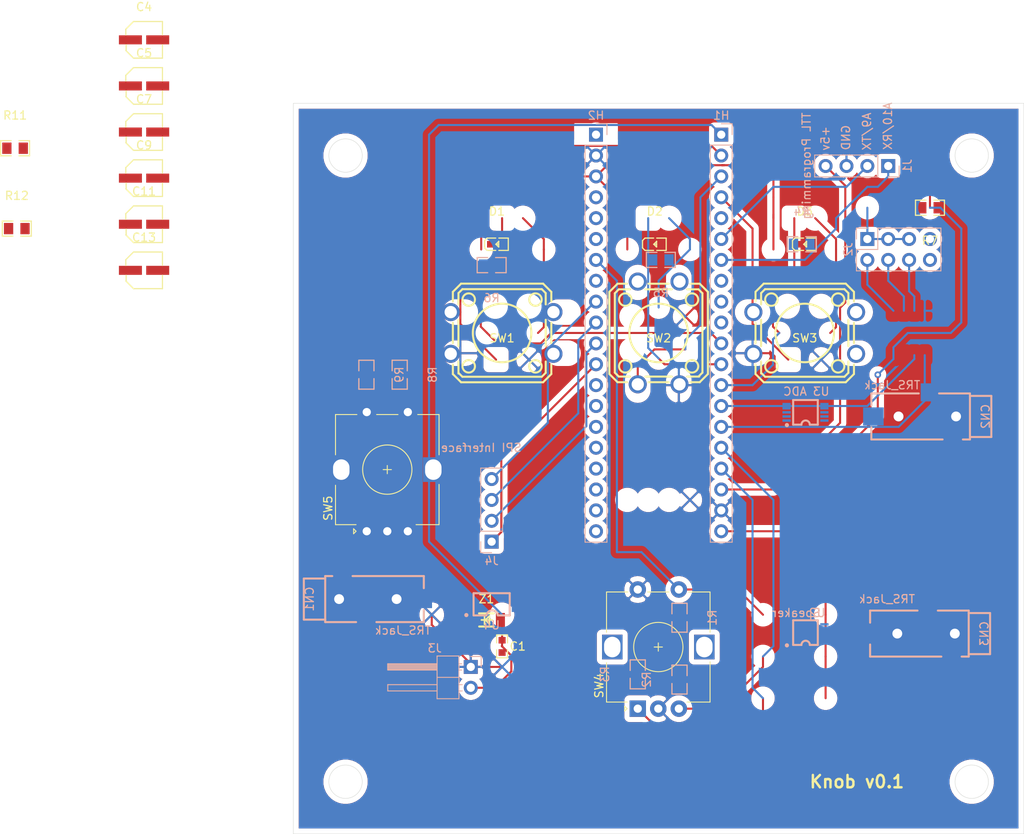
<source format=kicad_pcb>
(kicad_pcb (version 20221018) (generator pcbnew)
  (layers (0 "F.Cu" signal) (31 "B.Cu" signal) (34 "B.Paste" user) (35 "F.Paste" user) (36 "B.SilkS" user "B.Silkscreen") (37 "F.SilkS" user "F.Silkscreen") (38 "B.Mask" user) (39 "F.Mask" user) (44 "Edge.Cuts" user))
  (net 0 "")
  (net 1 "GND")
  (net 2 "PTT_SWTICH")
  (net 3 "Net-(CN1-Pad2)")
  (net 4 "Net-(CN1-Pad3)")
  (net 6 "Net-(CN2-Pad3)")
  (net 7 "+5V")
  (net 8 "PRG_TX")
  (net 9 "PRG_RX")
  (net 10 "Net-(CN2-Pad4)")
  (net 11 "Net-(C15-Pad1)")
  (net 12 "Net-(C17-Pad1)")
  (net 13 "LED0")
  (net 14 "ENC_SW")
  (net 15 "+3V3")
  (net 16 "Net-(D1-A)")
  (net 17 "LED1")
  (net 18 "Net-(D2-A)")
  (net 19 "LED2")
  (net 20 "Net-(D3-A)")
  (net 21 "I2S2_WS")
  (net 22 "I2S2_CK")
  (net 23 "I2S2_ext_SD")
  (net 24 "I2S2_SD")
  (net 26 "USB+")
  (net 27 "USB-")
  (net 28 "SPI1_NSS")
  (net 29 "SPI1_CLK")
  (net 30 "SPI1_MISO")
  (net 31 "BUTTON0")
  (net 32 "BUTTON1")
  (net 33 "BUTTON2")
  (net 34 "ENC_CLK")
  (net 35 "ENC_DATA")
  (net 36 "PTT_Switch")
  (net 39 "ENC_BUTTON")
  (net 40 "SPI1_MOSI")
  (net 41 "VOL_Button")
  (net 42 "VOL_CLK")
  (net 43 "VOL_DATA")
  (net 46 "/Low_OSC_IN")
  (net 47 "/Low_OSC_Out")
  (net 48 "/Blinker")
  (net 50 "SPI1_SCK")
  (net 51 "VOLUME_SW")
  (net 58 "I2S2_MCK")
  (net 59 "Net-(U2-VQ)")
  (net 60 "Net-(U2-FILT+)")
  (net 61 "Net-(U2-AOUTL)")
  (net 62 "Net-(U2-AOUTR)")
  (net 63 "Net-(U3-FILT+)")
  (net 64 "Net-(U3-AINL)")
  (net 65 "Net-(U3-VQ)")
  (net 66 "Net-(U3-AINR)")
  (net 67 "Net-(C14-Pad2)")
  (net 70 "Net-(J2-Pin_1)")
  (net 71 "Net-(J2-Pin_2)")
  (net 72 "Net-(J2-Pin_3)")
  (net 73 "Net-(J2-Pin_4)")
  (net 74 "Net-(J2-Pin_5)")
  (net 75 "Net-(J2-Pin_6)")
  (net 76 "Net-(J2-Pin_7)")
  (net 77 "Net-(J2-Pin_8)")
  (footprint "easyeda2kicad:LED0603-RD" (layer "F.Cu") (at 103.67 60.325)
    (fp_text reference "D2" (at 0 -4) (layer "F.SilkS"))
    (fp_text value "LED1")
    (pad "1" smd rect (at -0.8 0 90) (size 0.8 0.8) (layers "F.Cu" "F.Paste" "F.Mask") (net 17 "LED1"))
    (pad "2" smd rect (at 0.8 0 90) (size 0.8 0.8) (layers "F.Cu" "F.Paste" "F.Mask") (net 18 "Net-(D2-A)"))
  )
  (footprint "easyeda2kicad:LED0603-RD" (layer "F.Cu") (at 121.92 60.325)
    (fp_text reference "D3" (at 0 -4) (layer "F.SilkS"))
    (fp_text value "LED2")
    (pad "1" smd rect (at -0.8 0 90) (size 0.8 0.8) (layers "F.Cu" "F.Paste" "F.Mask") (net 19 "LED2"))
    (pad "2" smd rect (at 0.8 0 90) (size 0.8 0.8) (layers "F.Cu" "F.Paste" "F.Mask") (net 20 "Net-(D3-A)"))
  )
  (footprint "Rotary_Encoder:RotaryEncoder_Alps_EC12E-Switch_Vertical_H20mm" (layer "F.Cu") (at 101.6 116.84 90)
    (fp_text reference "SW4" (at 2.8 -4.7 90) (layer "F.SilkS"))
    (fp_text value "Rotary_Encoder_Switch")
    (pad "A" thru_hole rect (at 0 0 90) (size 2 2) (drill 1) (layers "*.Cu" "*.Mask") (net 35 "ENC_DATA"))
    (pad "B" thru_hole circle (at 0 5 90) (size 2 2) (drill 1) (layers "*.Cu" "*.Mask") (net 34 "ENC_CLK"))
    (pad "C" thru_hole circle (at 0 2.5 90) (size 2 2) (drill 1) (layers "*.Cu" "*.Mask") (net 1 "GND"))
    (pad "MP" thru_hole rect (at 7.5 -3.1 90) (size 3 2.5) (drill oval 2.5 2) (layers "*.Cu" "*.Mask"))
    (pad "MP" thru_hole rect (at 7.5 8.1 90) (size 3 2.5) (drill oval 2.5 2) (layers "*.Cu" "*.Mask"))
    (pad "S1" thru_hole circle (at 14.5 0 90) (size 2 2) (drill 1) (layers "*.Cu" "*.Mask") (net 1 "GND"))
    (pad "S2" thru_hole circle (at 14.5 5 90) (size 2 2) (drill 1) (layers "*.Cu" "*.Mask") (net 14 "ENC_SW"))
  )
  (footprint "easyeda2kicad:LED0603-RD" (layer "F.Cu") (at 84.455 60.325)
    (fp_text reference "D1" (at 0 -4) (layer "F.SilkS"))
    (fp_text value "LED0")
    (pad "1" smd rect (at -0.8 0 90) (size 0.8 0.8) (layers "F.Cu" "F.Paste" "F.Mask") (net 13 "LED0"))
    (pad "2" smd rect (at 0.8 0 90) (size 0.8 0.8) (layers "F.Cu" "F.Paste" "F.Mask") (net 16 "Net-(D1-A)"))
  )
  (footprint "easyeda2kicad:R0805" (layer "F.Cu") (at 137.16 55.88 180)
    (fp_text reference "R7" (at 0 -4 180) (layer "F.SilkS"))
    (fp_text value "0805W8F1002T5E" hide)
    (pad "1" smd rect (at -1 0 180) (size 1.13 1.38) (layers "F.Cu" "F.Paste" "F.Mask") (net 15 "+3V3"))
    (pad "2" smd rect (at 1 0 180) (size 1.13 1.38) (layers "F.Cu" "F.Paste" "F.Mask") (net 51 "VOLUME_SW"))
  )
  (footprint "easyeda2kicad:KEY-TH_4P-L12.0-W12.0-P5.00-LS12.5" (layer "F.Cu") (at 85.09 71.12)
    (fp_text reference "SW1" (at 0 0.635) (layer "F.SilkS"))
    (fp_text value "Button0")
    (pad "1" thru_hole circle (at -6.25 -2.54) (size 2.2 2.2) (drill 1.500022) (layers "*.Cu" "*.Paste" "*.Mask") (net 1 "GND"))
    (pad "2" thru_hole circle (at 6.25 -2.54) (size 2.2 2.2) (drill 1.500022) (layers "*.Cu" "*.Paste" "*.Mask") (net 31 "BUTTON0"))
    (pad "3" thru_hole circle (at -6.25 2.54) (size 2.2 2.2) (drill 1.500022) (layers "*.Cu" "*.Paste" "*.Mask"))
    (pad "4" thru_hole circle (at 6.25 2.54) (size 2.2 2.2) (drill 1.500022) (layers "*.Cu" "*.Paste" "*.Mask"))
  )
  (footprint "easyeda2kicad:KEY-TH_4P-L12.0-W12.0-P5.00-LS12.5" (layer "F.Cu") (at 104.14 71.12 90)
    (fp_text reference "SW2" (at -0.635 0 180) (layer "F.SilkS"))
    (fp_text value "Button1")
    (pad "1" thru_hole circle (at -6.25 -2.54 90) (size 2.2 2.2) (drill 1.500022) (layers "*.Cu" "*.Paste" "*.Mask") (net 32 "BUTTON1"))
    (pad "2" thru_hole circle (at 6.25 -2.54 90) (size 2.2 2.2) (drill 1.500022) (layers "*.Cu" "*.Paste" "*.Mask") (net 1 "GND"))
    (pad "3" thru_hole circle (at -6.25 2.54 90) (size 2.2 2.2) (drill 1.500022) (layers "*.Cu" "*.Paste" "*.Mask"))
    (pad "4" thru_hole circle (at 6.25 2.54 90) (size 2.2 2.2) (drill 1.500022) (layers "*.Cu" "*.Paste" "*.Mask"))
  )
  (footprint "easyeda2kicad:KEY-TH_4P-L12.0-W12.0-P5.00-LS12.5" (layer "F.Cu") (at 121.92 71.12)
    (fp_text reference "SW3" (at 0 0.635) (layer "F.SilkS"))
    (fp_text value "Button2")
    (pad "1" thru_hole circle (at -6.25 -2.54) (size 2.2 2.2) (drill 1.500022) (layers "*.Cu" "*.Paste" "*.Mask") (net 33 "BUTTON2"))
    (pad "2" thru_hole circle (at 6.25 -2.54) (size 2.2 2.2) (drill 1.500022) (layers "*.Cu" "*.Paste" "*.Mask") (net 1 "GND"))
    (pad "3" thru_hole circle (at -6.25 2.54) (size 2.2 2.2) (drill 1.500022) (layers "*.Cu" "*.Paste" "*.Mask"))
    (pad "4" thru_hole circle (at 6.25 2.54) (size 2.2 2.2) (drill 1.500022) (layers "*.Cu" "*.Paste" "*.Mask"))
  )
  (footprint "easyeda2kicad:R0603" (layer "F.Cu") (at 85.09 109.26 -90)
    (fp_text reference "C1" (at 0 -1.905) (layer "F.SilkS"))
    (fp_text value ".1u")
    (pad "1" smd rect (at -0.75 0 270) (size 0.81 0.86) (layers "F.Cu" "F.Paste" "F.Mask"))
    (pad "2" smd rect (at 0.75 0 270) (size 0.81 0.86) (layers "F.Cu" "F.Paste" "F.Mask"))
  )
  (footprint "easyeda2kicad:CAP-SMD_BD4.0-L4.3-W4.3-FD" (layer "F.Cu") (at 41.52 52.28)
    (fp_text reference "C9" (at 0 -4) (layer "F.SilkS"))
    (fp_text value ".1u")
    (pad "1" smd rect (at -1.66 0) (size 2.8 1.1) (layers "F.Cu" "F.Paste" "F.Mask") (net 59 "Net-(U2-VQ)"))
    (pad "2" smd rect (at 1.66 0) (size 2.8 1.1) (layers "F.Cu" "F.Paste" "F.Mask") (net 1 "GND"))
  )
  (footprint "easyeda2kicad:CAP-SMD_BD4.0-L4.3-W4.3-FD" (layer "F.Cu") (at 41.52 63.5)
    (fp_text reference "C13" (at 0 -4) (layer "F.SilkS"))
    (fp_text value ".1u")
    (pad "1" smd rect (at -1.66 0) (size 2.8 1.1) (layers "F.Cu" "F.Paste" "F.Mask") (net 15 "+3V3"))
    (pad "2" smd rect (at 1.66 0) (size 2.8 1.1) (layers "F.Cu" "F.Paste" "F.Mask") (net 1 "GND"))
  )
  (footprint "Rotary_Encoder:RotaryEncoder_Alps_EC12E-Switch_Vertical_H20mm" (layer "F.Cu") (at 68.62 95.25 90)
    (fp_text reference "SW5" (at 2.8 -4.7 90) (layer "F.SilkS"))
    (fp_text value "Rotary_Encoder_Switch")
    (pad "A" thru_hole rect (at 0 0 90) (size 2 2) (drill 1) (layers "*.Cu" "*.Mask") (net 43 "VOL_DATA"))
    (pad "B" thru_hole circle (at 0 5 90) (size 2 2) (drill 1) (layers "*.Cu" "*.Mask") (net 42 "VOL_CLK"))
    (pad "C" thru_hole circle (at 0 2.5 90) (size 2 2) (drill 1) (layers "*.Cu" "*.Mask") (net 1 "GND"))
    (pad "MP" thru_hole rect (at 7.5 -3.1 90) (size 3 2.5) (drill oval 2.5 2) (layers "*.Cu" "*.Mask"))
    (pad "MP" thru_hole rect (at 7.5 8.1 90) (size 3 2.5) (drill oval 2.5 2) (layers "*.Cu" "*.Mask"))
    (pad "S1" thru_hole circle (at 14.5 0 90) (size 2 2) (drill 1) (layers "*.Cu" "*.Mask") (net 1 "GND"))
    (pad "S2" thru_hole circle (at 14.5 5 90) (size 2 2) (drill 1) (layers "*.Cu" "*.Mask") (net 51 "VOLUME_SW"))
  )
  (footprint "easyeda2kicad:R0805" (layer "F.Cu") (at 25.825 48.64)
    (fp_text reference "R11" (at 0 -4) (layer "F.SilkS"))
    (fp_text value "0805W8F1002T5E" hide)
    (pad "1" smd rect (at -1 0) (size 1.13 1.38) (layers "F.Cu" "F.Paste" "F.Mask") (net 1 "GND"))
    (pad "2" smd rect (at 1 0) (size 1.13 1.38) (layers "F.Cu" "F.Paste" "F.Mask") (net 67 "Net-(C14-Pad2)"))
  )
  (footprint "easyeda2kicad:CAP-SMD_BD4.0-L4.3-W4.3-FD" (layer "F.Cu") (at 41.52 57.89)
    (fp_text reference "C11" (at 0 -4) (layer "F.SilkS"))
    (fp_text value ".1u")
    (pad "1" smd rect (at -1.66 0) (size 2.8 1.1) (layers "F.Cu" "F.Paste" "F.Mask") (net 60 "Net-(U2-FILT+)"))
    (pad "2" smd rect (at 1.66 0) (size 2.8 1.1) (layers "F.Cu" "F.Paste" "F.Mask") (net 1 "GND"))
  )
  (footprint "easyeda2kicad:R0805" (layer "F.Cu") (at 26.035 58.42)
    (fp_text reference "R12" (at 0 -4) (layer "F.SilkS"))
    (fp_text value "0805W8F1002T5E" hide)
    (pad "1" smd rect (at -1 0) (size 1.13 1.38) (layers "F.Cu" "F.Paste" "F.Mask"))
    (pad "2" smd rect (at 1 0) (size 1.13 1.38) (layers "F.Cu" "F.Paste" "F.Mask"))
  )
  (footprint "easyeda2kicad:CAP-SMD_BD4.0-L4.3-W4.3-FD" (layer "F.Cu") (at 41.52 35.45)
    (fp_text reference "C4" (at 0 -4) (layer "F.SilkS"))
    (fp_text value ".1u")
    (pad "1" smd rect (at -1.66 0) (size 2.8 1.1) (layers "F.Cu" "F.Paste" "F.Mask") (net 65 "Net-(U3-VQ)"))
    (pad "2" smd rect (at 1.66 0) (size 2.8 1.1) (layers "F.Cu" "F.Paste" "F.Mask") (net 1 "GND"))
  )
  (footprint "easyeda2kicad:LL-34_L3.5-W1.5-RD" (layer "F.Cu") (at 83.185 106.045)
    (fp_text reference "Z1" (at 0 -2.54) (layer "F.SilkS"))
    (fp_text value "ZMM5V1_C707194" hide)
    (pad "1" smd rect (at -1.7 0 180) (size 1.1 1.7) (layers "F.Cu" "F.Paste" "F.Mask") (net 2 "PTT_SWTICH"))
    (pad "2" smd rect (at 1.7 0 180) (size 1.1 1.7) (layers "F.Cu" "F.Paste" "F.Mask") (net 1 "GND"))
  )
  (footprint "easyeda2kicad:CAP-SMD_BD4.0-L4.3-W4.3-FD" (layer "F.Cu") (at 41.52 41.06)
    (fp_text reference "C5" (at 0 -4) (layer "F.SilkS"))
    (fp_text value ".1u")
    (pad "1" smd rect (at -1.66 0) (size 2.8 1.1) (layers "F.Cu" "F.Paste" "F.Mask") (net 63 "Net-(U3-FILT+)"))
    (pad "2" smd rect (at 1.66 0) (size 2.8 1.1) (layers "F.Cu" "F.Paste" "F.Mask") (net 1 "GND"))
  )
  (footprint "easyeda2kicad:CAP-SMD_BD4.0-L4.3-W4.3-FD" (layer "F.Cu") (at 41.52 46.67)
    (fp_text reference "C7" (at 0 -4) (layer "F.SilkS"))
    (fp_text value ".1u")
    (pad "1" smd rect (at -1.66 0) (size 2.8 1.1) (layers "F.Cu" "F.Paste" "F.Mask") (net 15 "+3V3"))
    (pad "2" smd rect (at 1.66 0) (size 2.8 1.1) (layers "F.Cu" "F.Paste" "F.Mask") (net 1 "GND"))
  )
  (footprint "Connector_PinHeader_2.54mm:PinHeader_1x04_P2.54mm_Vertical" (layer "B.Cu") (at 132.08 50.8 90)
    (fp_text reference "J1" (at 0 2.33 90) (layer "B.SilkS") (effects (justify mirror)))
    (fp_text value "TTL Programming" (at 0 -9.95 90) (layer "B.SilkS") (effects (justify mirror)))
    (fp_text user "+5v" (at 3.35 -7.65 90) (layer "B.SilkS") (effects (justify mirror)))
    (fp_text user "A10/RX" (at 4.85 -0.05 90) (layer "B.SilkS") (effects (justify mirror)))
    (fp_text user "GND" (at 3.45 -5.15 90) (layer "B.SilkS") (effects (justify mirror)))
    (fp_text user "A9/TX" (at 4.2 -2.6 90) (layer "B.SilkS") (effects (justify mirror)))
    (pad "1" thru_hole rect (at 0 0 90) (size 1.7 1.7) (drill 1) (layers "*.Cu" "*.Mask") (net 9 "PRG_RX"))
    (pad "2" thru_hole oval (at 0 -2.54 90) (size 1.7 1.7) (drill 1) (layers "*.Cu" "*.Mask") (net 8 "PRG_TX"))
    (pad "3" thru_hole oval (at 0 -5.08 90) (size 1.7 1.7) (drill 1) (layers "*.Cu" "*.Mask") (net 1 "GND"))
    (pad "4" thru_hole oval (at 0 -7.62 90) (size 1.7 1.7) (drill 1) (layers "*.Cu" "*.Mask") (net 7 "+5V"))
  )
  (footprint "Connector_PinHeader_2.54mm:PinHeader_1x02_P2.54mm_Horizontal" (layer "B.Cu") (at 81.28 111.76 180)
    (fp_text reference "J3" (at 4.385 2.27) (layer "B.SilkS") (effects (justify mirror)))
    (fp_text value "PTT")
    (pad "1" thru_hole rect (at 0 0 180) (size 1.7 1.7) (drill 1) (layers "*.Cu" "*.Mask") (net 1 "GND"))
    (pad "2" thru_hole oval (at 0 -2.54 180) (size 1.7 1.7) (drill 1) (layers "*.Cu" "*.Mask") (net 2 "PTT_SWTICH"))
  )
  (footprint "Connector_PinHeader_2.54mm:PinHeader_1x04_P2.54mm_Vertical" (layer "B.Cu") (at 83.82 96.52)
    (fp_text reference "J4" (at 0 2.33) (layer "B.SilkS") (effects (justify mirror)))
    (fp_text value "SPI Interface" (at -1.27 -11.43) (layer "B.SilkS") (effects (justify mirror)))
    (pad "1" thru_hole rect (at 0 0) (size 1.7 1.7) (drill 1) (layers "*.Cu" "*.Mask") (net 50 "SPI1_SCK"))
    (pad "2" thru_hole oval (at 0 -2.54) (size 1.7 1.7) (drill 1) (layers "*.Cu" "*.Mask") (net 30 "SPI1_MISO"))
    (pad "3" thru_hole oval (at 0 -5.08) (size 1.7 1.7) (drill 1) (layers "*.Cu" "*.Mask") (net 40 "SPI1_MOSI"))
    (pad "4" thru_hole oval (at 0 -7.62) (size 1.7 1.7) (drill 1) (layers "*.Cu" "*.Mask") (net 28 "SPI1_NSS"))
  )
  (footprint "easyeda2kicad:TSSOP-10_L3.0-W3.0-P0.50-LS4.9-BL" (layer "B.Cu") (at 122.01 107.585 90)
    (fp_text reference "U2" (at 2.405 1.425 180) (layer "B.SilkS") (effects (justify mirror)))
    (fp_text value "Speaker" (at 2.405 -1.115 180) (layer "B.SilkS") (effects (justify mirror)))
    (pad "1" smd rect (at -1 -2.3) (size 1 0.3) (layers "B.Cu" "B.Paste" "B.Mask") (net 23 "I2S2_ext_SD"))
    (pad "2" smd rect (at -0.5 -2.3) (size 1 0.3) (layers "B.Cu" "B.Paste" "B.Mask") (net 22 "I2S2_CK"))
    (pad "3" smd rect (at 0 -2.3) (size 1 0.3) (layers "B.Cu" "B.Paste" "B.Mask") (net 21 "I2S2_WS"))
    (pad "4" smd rect (at 0.5 -2.3) (size 1 0.3) (layers "B.Cu" "B.Paste" "B.Mask") (net 58 "I2S2_MCK"))
    (pad "5" smd rect (at 1 -2.3) (size 1 0.3) (layers "B.Cu" "B.Paste" "B.Mask") (net 59 "Net-(U2-VQ)"))
    (pad "6" smd rect (at 1 2.3 180) (size 1 0.3) (layers "B.Cu" "B.Paste" "B.Mask") (net 60 "Net-(U2-FILT+)"))
    (pad "7" smd rect (at 0.5 2.3) (size 1 0.3) (layers "B.Cu" "B.Paste" "B.Mask") (net 61 "Net-(U2-AOUTL)"))
    (pad "8" smd rect (at 0 2.3) (size 1 0.3) (layers "B.Cu" "B.Paste" "B.Mask") (net 1 "GND"))
    (pad "9" smd rect (at -0.5 2.3) (size 1 0.3) (layers "B.Cu" "B.Paste" "B.Mask") (net 15 "+3V3"))
    (pad "10" smd rect (at -1 2.3) (size 1 0.3) (layers "B.Cu" "B.Paste" "B.Mask") (net 62 "Net-(U2-AOUTR)"))
  )
  (footprint "easyeda2kicad:R0805" (layer "B.Cu") (at 106.68 105.775 90)
    (fp_text reference "R1" (at 0 4 90) (layer "B.SilkS") (effects (justify mirror)))
    (fp_text value "0805W8F1002T5E")
    (pad "1" smd rect (at -1 0 90) (size 1.13 1.38) (layers "B.Cu" "B.Paste" "B.Mask") (net 14 "ENC_SW"))
    (pad "2" smd rect (at 1 0 90) (size 1.13 1.38) (layers "B.Cu" "B.Paste" "B.Mask") (net 15 "+3V3"))
  )
  (footprint "easyeda2kicad:R0805" (layer "B.Cu") (at 106.68 113.3 -90)
    (fp_text reference "R2" (at 0 4 90) (layer "B.SilkS") (effects (justify mirror)))
    (fp_text value "0805W8F1002T5E")
    (pad "1" smd rect (at -1 0 270) (size 1.13 1.38) (layers "B.Cu" "B.Paste" "B.Mask") (net 34 "ENC_CLK"))
    (pad "2" smd rect (at 1 0 270) (size 1.13 1.38) (layers "B.Cu" "B.Paste" "B.Mask") (net 15 "+3V3"))
  )
  (footprint "easyeda2kicad:R0805" (layer "B.Cu") (at 101.6 112.665 -90)
    (fp_text reference "R3" (at 0 4 -270) (layer "B.SilkS") (effects (justify mirror)))
    (fp_text value "0805W8F1002T5E")
    (pad "1" smd rect (at -1 0 270) (size 1.13 1.38) (layers "B.Cu" "B.Paste" "B.Mask") (net 35 "ENC_DATA"))
    (pad "2" smd rect (at 1 0 270) (size 1.13 1.38) (layers "B.Cu" "B.Paste" "B.Mask") (net 15 "+3V3"))
  )
  (footprint "easyeda2kicad:R0805" (layer "B.Cu") (at 121.555 60.325 180)
    (fp_text reference "R4" (at 0 4) (layer "B.SilkS") (effects (justify mirror)))
    (fp_text value "2K")
    (pad "1" smd rect (at -1 0 180) (size 1.13 1.38) (layers "B.Cu" "B.Paste" "B.Mask") (net 15 "+3V3"))
    (pad "2" smd rect (at 1 0 180) (size 1.13 1.38) (layers "B.Cu" "B.Paste" "B.Mask") (net 20 "Net-(D3-A)"))
  )
  (footprint "easyeda2kicad:R0805" (layer "B.Cu") (at 104.41 62.23)
    (fp_text reference "R5" (at 0 4 180) (layer "B.SilkS") (effects (justify mirror)))
    (fp_text value "2K")
    (pad "1" smd rect (at -1 0) (size 1.13 1.38) (layers "B.Cu" "B.Paste" "B.Mask") (net 15 "+3V3"))
    (pad "2" smd rect (at 1 0) (size 1.13 1.38) (layers "B.Cu" "B.Paste" "B.Mask") (net 18 "Net-(D2-A)"))
  )
  (footprint "Connector_PinHeader_2.54mm:PinHeader_2x04_P2.54mm_Vertical" (layer "B.Cu") (at 129.54 59.69 -90)
    (fp_text reference "J2" (at 1.27 2.33 270) (layer "B.SilkS") (effects (justify mirror)))
    (fp_text value "Conn_01x20_Pin")
    (pad "1" thru_hole rect (at 0 0 270) (size 1.7 1.7) (drill 1) (layers "*.Cu" "*.Mask") (net 70 "Net-(J2-Pin_1)"))
    (pad "2" thru_hole oval (at 2.54 0 270) (size 1.7 1.7) (drill 1) (layers "*.Cu" "*.Mask") (net 71 "Net-(J2-Pin_2)"))
    (pad "3" thru_hole oval (at 0 -2.54 270) (size 1.7 1.7) (drill 1) (layers "*.Cu" "*.Mask") (net 72 "Net-(J2-Pin_3)"))
    (pad "4" thru_hole oval (at 2.54 -2.54 270) (size 1.7 1.7) (drill 1) (layers "*.Cu" "*.Mask") (net 73 "Net-(J2-Pin_4)"))
    (pad "5" thru_hole oval (at 0 -5.08 270) (size 1.7 1.7) (drill 1) (layers "*.Cu" "*.Mask") (net 74 "Net-(J2-Pin_5)"))
    (pad "6" thru_hole oval (at 2.54 -5.08 270) (size 1.7 1.7) (drill 1) (layers "*.Cu" "*.Mask") (net 75 "Net-(J2-Pin_6)"))
    (pad "7" thru_hole oval (at 0 -7.62 270) (size 1.7 1.7) (drill 1) (layers "*.Cu" "*.Mask") (net 76 "Net-(J2-Pin_7)"))
    (pad "8" thru_hole oval (at 2.54 -7.62 270) (size 1.7 1.7) (drill 1) (layers "*.Cu" "*.Mask") (net 77 "Net-(J2-Pin_8)"))
  )
  (footprint "easyeda2kicad:R0805" (layer "B.Cu") (at 83.82 62.865)
    (fp_text reference "R6" (at 0 4 180) (layer "B.SilkS") (effects (justify mirror)))
    (fp_text value "2K")
    (pad "1" smd rect (at -1 0) (size 1.13 1.38) (layers "B.Cu" "B.Paste" "B.Mask") (net 15 "+3V3"))
    (pad "2" smd rect (at 1 0) (size 1.13 1.38) (layers "B.Cu" "B.Paste" "B.Mask") (net 16 "Net-(D1-A)"))
  )
  (footprint "easyeda2kicad:R0805" (layer "B.Cu") (at 72.63 76.2 90)
    (fp_text reference "R8" (at 0 4 270) (layer "B.SilkS") (effects (justify mirror)))
    (fp_text value "0805W8F1002T5E")
    (pad "1" smd rect (at -1 0 90) (size 1.13 1.38) (layers "B.Cu" "B.Paste" "B.Mask") (net 15 "+3V3"))
    (pad "2" smd rect (at 1 0 90) (size 1.13 1.38) (layers "B.Cu" "B.Paste" "B.Mask") (net 42 "VOL_CLK"))
  )
  (footprint "easyeda2kicad:AUDIO-SMD_HOOYA_PJ-326" (layer "B.Cu") (at 134.955 107.705 90)
    (fp_text reference "CN3" (at 0 8.82 90) (layer "B.SilkS") (effects (justify mirror)))
    (fp_text value "TRS_Jack" (at 4.2 -3.025 180) (layer "B.SilkS") (effects (justify mirror)))
    (pad "" thru_hole circle (at 0 -1.77 90) (size 1.2 1.2) (drill 1.2) (layers "*.Cu" "*.Mask"))
    (pad "" thru_hole circle (at 0 5.23 90) (size 1.2 1.2) (drill 1.2) (layers "*.Cu" "*.Mask"))
    (pad "2" smd rect (at -2.93 4.82) (size 2 2.2) (layers "B.Cu" "B.Paste" "B.Mask") (net 1 "GND"))
    (pad "3" smd rect (at 2.93 1.93) (size 2 2.2) (layers "B.Cu" "B.Paste" "B.Mask") (net 11 "Net-(C15-Pad1)"))
    (pad "4" smd rect (at 0 -4.83 180) (size 2.5 2.2) (layers "B.Cu" "B.Paste" "B.Mask") (net 12 "Net-(C17-Pad1)"))
  )
  (footprint "Connector_PinHeader_2.54mm:PinHeader_1x20_P2.54mm_Vertical" (layer "B.Cu") (at 96.52 46.99 180)
    (fp_text reference "H2" (at 0 2.33) (layer "B.SilkS") (effects (justify mirror)))
    (fp_text value "Header2")
    (pad "1" thru_hole rect (at 0 0 180) (size 1.7 1.7) (drill 1) (layers "*.Cu" "*.Mask") (net 7 "+5V"))
    (pad "2" thru_hole oval (at 0 -2.54 180) (size 1.7 1.7) (drill 1) (layers "*.Cu" "*.Mask") (net 1 "GND"))
    (pad "3" thru_hole oval (at 0 -5.08 180) (size 1.7 1.7) (drill 1) (layers "*.Cu" "*.Mask") (net 15 "+3V3"))
    (pad "4" thru_hole oval (at 0 -7.62 180) (size 1.7 1.7) (drill 1) (layers "*.Cu" "*.Mask") (net 36 "PTT_Switch"))
    (pad "5" thru_hole oval (at 0 -10.16 180) (size 1.7 1.7) (drill 1) (layers "*.Cu" "*.Mask"))
    (pad "6" thru_hole oval (at 0 -12.7 180) (size 1.7 1.7) (drill 1) (layers "*.Cu" "*.Mask"))
    (pad "7" thru_hole oval (at 0 -15.24 180) (size 1.7 1.7) (drill 1) (layers "*.Cu" "*.Mask") (net 39 "ENC_BUTTON"))
    (pad "8" thru_hole oval (at 0 -17.78 180) (size 1.7 1.7) (drill 1) (layers "*.Cu" "*.Mask") (net 40 "SPI1_MOSI"))
    (pad "9" thru_hole oval (at 0 -20.32 180) (size 1.7 1.7) (drill 1) (layers "*.Cu" "*.Mask") (net 41 "VOL_Button"))
    (pad "10" thru_hole oval (at 0 -22.86 180) (size 1.7 1.7) (drill 1) (layers "*.Cu" "*.Mask") (net 19 "LED2"))
    (pad "11" thru_hole oval (at 0 -25.4 180) (size 1.7 1.7) (drill 1) (layers "*.Cu" "*.Mask") (net 17 "LED1"))
    (pad "12" thru_hole oval (at 0 -27.94 180) (size 1.7 1.7) (drill 1) (layers "*.Cu" "*.Mask") (net 13 "LED0"))
    (pad "13" thru_hole oval (at 0 -30.48 180) (size 1.7 1.7) (drill 1) (layers "*.Cu" "*.Mask") (net 42 "VOL_CLK"))
    (pad "14" thru_hole oval (at 0 -33.02 180) (size 1.7 1.7) (drill 1) (layers "*.Cu" "*.Mask") (net 43 "VOL_DATA"))
    (pad "15" thru_hole oval (at 0 -35.56 180) (size 1.7 1.7) (drill 1) (layers "*.Cu" "*.Mask"))
    (pad "16" thru_hole oval (at 0 -38.1 180) (size 1.7 1.7) (drill 1) (layers "*.Cu" "*.Mask"))
    (pad "17" thru_hole oval (at 0 -40.64 180) (size 1.7 1.7) (drill 1) (layers "*.Cu" "*.Mask") (net 46 "/Low_OSC_IN"))
    (pad "18" thru_hole oval (at 0 -43.18 180) (size 1.7 1.7) (drill 1) (layers "*.Cu" "*.Mask") (net 47 "/Low_OSC_Out"))
    (pad "19" thru_hole oval (at 0 -45.72 180) (size 1.7 1.7) (drill 1) (layers "*.Cu" "*.Mask") (net 48 "/Blinker"))
    (pad "20" thru_hole oval (at 0 -48.26 180) (size 1.7 1.7) (drill 1) (layers "*.Cu" "*.Mask"))
  )
  (footprint "easyeda2kicad:R0805" (layer "B.Cu") (at 68.58 76.2 90)
    (fp_text reference "R9" (at 0 4 270) (layer "B.SilkS") (effects (justify mirror)))
    (fp_text value "0805W8F1002T5E")
    (pad "1" smd rect (at -1 0 90) (size 1.13 1.38) (layers "B.Cu" "B.Paste" "B.Mask") (net 15 "+3V3"))
    (pad "2" smd rect (at 1 0 90) (size 1.13 1.38) (layers "B.Cu" "B.Paste" "B.Mask") (net 43 "VOL_DATA"))
  )
  (footprint "easyeda2kicad:AUDIO-SMD_HOOYA_PJ-326" (layer "B.Cu") (at 135.105 81.28 90)
    (fp_text reference "CN2" (at 0 8.82 90) (layer "B.SilkS") (effects (justify mirror)))
    (fp_text value "TRS_Jack" (at 3.81 -2.54 180) (layer "B.SilkS") (effects (justify mirror)))
    (pad "" thru_hole circle (at 0 -1.77 90) (size 1.2 1.2) (drill 1.2) (layers "*.Cu" "*.Mask"))
    (pad "" thru_hole circle (at 0 5.23 90) (size 1.2 1.2) (drill 1.2) (layers "*.Cu" "*.Mask"))
    (pad "2" smd rect (at -2.93 4.82) (size 2 2.2) (layers "B.Cu" "B.Paste" "B.Mask") (net 1 "GND"))
    (pad "3" smd rect (at 2.93 1.93) (size 2 2.2) (layers "B.Cu" "B.Paste" "B.Mask") (net 6 "Net-(CN2-Pad3)"))
    (pad "4" smd rect (at 0 -4.83 180) (size 2.5 2.2) (layers "B.Cu" "B.Paste" "B.Mask") (net 10 "Net-(CN2-Pad4)"))
  )
  (footprint "easyeda2kicad:TSSOP-10_L3.0-W3.0-P0.50-LS4.9-BL" (layer "B.Cu") (at 122.01 80.78 90)
    (fp_text reference "U3" (at 2.54 1.905 180) (layer "B.SilkS") (effects (justify mirror)))
    (fp_text value "CS5343-CZZR" hide)
    (fp_text user "ADC" (at 2.54 -1.27 unlocked) (layer "B.SilkS") (effects (justify mirror)))
    (pad "1" smd rect (at -1 -2.3) (size 1 0.3) (layers "B.Cu" "B.Paste" "B.Mask") (net 24 "I2S2_SD"))
    (pad "2" smd rect (at -0.5 -2.3) (size 1 0.3) (layers "B.Cu" "B.Paste" "B.Mask") (net 22 "I2S2_CK"))
    (pad "3" smd rect (at 0 -2.3) (size 1 0.3) (layers "B.Cu" "B.Paste" "B.Mask") (net 21 "I2S2_WS"))
    (pad "4" smd rect (at 0.5 -2.3) (size 1 0.3) (layers "B.Cu" "B.Paste" "B.Mask") (net 58 "I2S2_MCK"))
    (pad "5" smd rect (at 1 -2.3) (size 1 0.3) (layers "B.Cu" "B.Paste" "B.Mask") (net 63 "Net-(U3-FILT+)"))
    (pad "6" smd rect (at 1 2.3 180) (size 1 0.3) (layers "B.Cu" "B.Paste" "B.Mask") (net 64 "Net-(U3-AINL)"))
    (pad "7" smd rect (at 0.5 2.3) (size 1 0.3) (layers "B.Cu" "B.Paste" "B.Mask") (net 65 "Net-(U3-VQ)"))
    (pad "8" smd rect (at 0 2.3) (size 1 0.3) (layers "B.Cu" "B.Paste" "B.Mask") (net 66 "Net-(U3-AINR)"))
    (pad "9" smd rect (at -0.5 2.3) (size 1 0.3) (layers "B.Cu" "B.Paste" "B.Mask") (net 1 "GND"))
    (pad "10" smd rect (at -1 2.3) (size 1 0.3) (layers "B.Cu" "B.Paste" "B.Mask") (net 15 "+3V3"))
  )
  (footprint "Connector_PinHeader_2.54mm:PinHeader_1x20_P2.54mm_Vertical" (layer "B.Cu") (at 111.76 46.99 180)
    (fp_text reference "H1" (at 0 2.33) (layer "B.SilkS") (effects (justify mirror)))
    (fp_text value "Header1")
    (pad "1" thru_hole rect (at 0 0 180) (size 1.7 1.7) (drill 1) (layers "*.Cu" "*.Mask") (net 21 "I2S2_WS"))
    (pad "2" thru_hole oval (at 0 -2.54 180) (size 1.7 1.7) (drill 1) (layers "*.Cu" "*.Mask") (net 22 "I2S2_CK"))
    (pad "3" thru_hole oval (at 0 -5.08 180) (size 1.7 1.7) (drill 1) (layers "*.Cu" "*.Mask") (net 23 "I2S2_ext_SD"))
    (pad "4" thru_hole oval (at 0 -7.62 180) (size 1.7 1.7) (drill 1) (layers "*.Cu" "*.Mask") (net 24 "I2S2_SD"))
    (pad "5" thru_hole oval (at 0 -10.16 180) (size 1.7 1.7) (drill 1) (layers "*.Cu" "*.Mask"))
    (pad "6" thru_hole oval (at 0 -12.7 180) (size 1.7 1.7) (drill 1) (layers "*.Cu" "*.Mask") (net 8 "PRG_TX"))
    (pad "7" thru_hole oval (at 0 -15.24 180) (size 1.7 1.7) (drill 1) (layers "*.Cu" "*.Mask") (net 9 "PRG_RX"))
    (pad "8" thru_hole oval (at 0 -17.78 180) (size 1.7 1.7) (drill 1) (layers "*.Cu" "*.Mask") (net 26 "USB+"))
    (pad "9" thru_hole oval (at 0 -20.32 180) (size 1.7 1.7) (drill 1) (layers "*.Cu" "*.Mask") (net 27 "USB-"))
    (pad "10" thru_hole oval (at 0 -22.86 180) (size 1.7 1.7) (drill 1) (layers "*.Cu" "*.Mask") (net 28 "SPI1_NSS"))
    (pad "11" thru_hole oval (at 0 -25.4 180) (size 1.7 1.7) (drill 1) (layers "*.Cu" "*.Mask") (net 29 "SPI1_CLK"))
    (pad "12" thru_hole oval (at 0 -27.94 180) (size 1.7 1.7) (drill 1) (layers "*.Cu" "*.Mask") (net 30 "SPI1_MISO"))
    (pad "13" thru_hole oval (at 0 -30.48 180) (size 1.7 1.7) (drill 1) (layers "*.Cu" "*.Mask") (net 31 "BUTTON0"))
    (pad "14" thru_hole oval (at 0 -33.02 180) (size 1.7 1.7) (drill 1) (layers "*.Cu" "*.Mask") (net 32 "BUTTON1"))
    (pad "15" thru_hole oval (at 0 -35.56 180) (size 1.7 1.7) (drill 1) (layers "*.Cu" "*.Mask") (net 33 "BUTTON2"))
    (pad "16" thru_hole oval (at 0 -38.1 180) (size 1.7 1.7) (drill 1) (layers "*.Cu" "*.Mask") (net 34 "ENC_CLK"))
    (pad "17" thru_hole oval (at 0 -40.64 180) (size 1.7 1.7) (drill 1) (layers "*.Cu" "*.Mask") (net 35 "ENC_DATA"))
    (pad "18" thru_hole oval (at 0 -43.18 180) (size 1.7 1.7) (drill 1) (layers "*.Cu" "*.Mask") (net 7 "+5V"))
    (pad "19" thru_hole oval (at 0 -45.72 180) (size 1.7 1.7) (drill 1) (layers "*.Cu" "*.Mask") (net 1 "GND"))
    (pad "20" thru_hole oval (at 0 -48.26 180) (size 1.7 1.7) (drill 1) (layers "*.Cu" "*.Mask") (net 15 "+3V3"))
  )
  (footprint "easyeda2kicad:AUDIO-SMD_HOOYA_PJ-326" (layer "B.Cu") (at 70.485 103.505 -90)
    (fp_text reference "CN1" (at 0 8.82 90) (layer "B.SilkS") (effects (justify mirror)))
    (fp_text value "TRS_Jack" (at 3.81 -2.54) (layer "B.SilkS") (effects (justify mirror)))
    (pad "" thru_hole circle (at 0 -1.77 270) (size 1.2 1.2) (drill 1.2) (layers "*.Cu" "*.Mask"))
    (pad "" thru_hole circle (at 0 5.23 270) (size 1.2 1.2) (drill 1.2) (layers "*.Cu" "*.Mask"))
    (pad "2" smd rect (at -2.93 4.82 180) (size 2 2.2) (layers "B.Cu" "B.Paste" "B.Mask") (net 3 "Net-(CN1-Pad2)"))
    (pad "3" smd rect (at 2.93 1.93 180) (size 2 2.2) (layers "B.Cu" "B.Paste" "B.Mask") (net 4 "Net-(CN1-Pad3)"))
    (pad "4" smd rect (at 0 -4.83) (size 2.5 2.2) (layers "B.Cu" "B.Paste" "B.Mask"))
  )
  (footprint "easyeda2kicad:SMD-4_L2.7-W4.4-P1.27-LS7.0-BL" (layer "B.Cu") (at 83.82 104.14 90)
    (fp_text reference "U4" (at -2.54 0) (layer "B.SilkS") (effects (justify mirror)))
    (fp_text value "LTV-217-C-G" hide)
    (pad "1" smd rect (at -0.63 -3.2 270) (size 0.6 1.5) (layers "B.Cu" "B.Paste" "B.Mask") (net 4 "Net-(CN1-Pad3)"))
    (pad "2" smd rect (at 0.64 -3.2 270) (size 0.6 1.5) (layers "B.Cu" "B.Paste" "B.Mask") (net 3 "Net-(CN1-Pad2)"))
    (pad "3" smd rect (at 0.64 3.2 270) (size 0.6 1.5) (layers "B.Cu" "B.Paste" "B.Mask") (net 1 "GND"))
    (pad "4" smd rect (at -0.63 3.2 270) (size 0.6 1.5) (layers "B.Cu" "B.Paste" "B.Mask") (net 2 "PTT_SWTICH"))
  )
  (gr_line (start 59.69 132.08) (end 59.69 43.18) (stroke (width 0.05)) (layer "Edge.Cuts"))
  (gr_circle (center 142.24 125.73) (end 144.272 125.73) (stroke (width 0.05)) (fill none) (layer "Edge.Cuts"))
  (gr_circle (center 66.04 125.73) (end 68.072 125.73) (stroke (width 0.05)) (fill none) (layer "Edge.Cuts"))
  (gr_circle (center 142.24 49.53) (end 144.272 49.53) (stroke (width 0.05)) (fill none) (layer "Edge.Cuts"))
  (gr_line (start 59.69 43.18) (end 148.59 43.18) (stroke (width 0.05)) (layer "Edge.Cuts"))
  (gr_line (start 148.59 43.18) (end 148.59 132.08) (stroke (width 0.05)) (layer "Edge.Cuts"))
  (gr_line (start 148.59 132.08) (end 59.69 132.08) (stroke (width 0.05)) (layer "Edge.Cuts"))
  (gr_circle (center 66.04 49.53) (end 68.072 49.53) (stroke (width 0.05)) (fill none) (layer "Edge.Cuts"))
  (gr_text "Knob v0.1" (at 128.27 125.73) (layer "F.SilkS") (effects (font (size 1.5 1.5) (thickness 0.3))))
  (segment (start 110.584999 48.354999) (end 82.455001 48.354999) (width 0.25) (layer "F.Cu") (net 0))
  (segment (start 80.01 50.8) (end 80.01 68.58) (width 0.25) (layer "F.Cu") (net 0))
  (segment (start 80.01 70.02) (end 84.36 74.37) (width 0.25) (layer "F.Cu") (net 0))
  (segment (start 82.455001 48.354999) (end 80.01 50.8) (width 0.25) (layer "F.Cu") (net 0))
  (segment (start 80.01 68.58) (end 80.01 70.02) (width 0.25) (layer "F.Cu") (net 0))
  (segment (start 111.76 49.53) (end 110.584999 48.354999) (width 0.25) (layer "F.Cu") (net 0))
  (segment (start 129.54 59.69) (end 134.62 59.69) (width 0.25) (layer "B.Cu") (net 0))
  (segment (start 129.54 55.88) (end 129.54 59.69) (width 0.25) (layer "B.Cu") (net 0))
  (segment (start 81.28 111.76) (end 85.09 111.76) (width 0.25) (layer "F.Cu") (net 1))
  (segment (start 76.53 106.635416) (end 81.28 111.385416) (width 0.25) (layer "F.Cu") (net 1))
  (segment (start 81.28 111.385416) (end 81.28 111.76) (width 0.25) (layer "F.Cu") (net 1))
  (segment (start 76.53 105.41) (end 76.53 106.635416) (width 0.25) (layer "F.Cu") (net 1))
  (segment (start 85.09 109.26) (end 86.215001 110.385001) (width 0.25) (layer "F.Cu") (net 2))
  (segment (start 85.05 109.22) (end 85.09 109.26) (width 0.25) (layer "F.Cu") (net 2))
  (segment (start 84.215002 114.3) (end 81.28 114.3) (width 0.25) (layer "F.Cu") (net 2))
  (segment (start 86.215001 112.300001) (end 84.215002 114.3) (width 0.25) (layer "F.Cu") (net 2))
  (segment (start 85.09 109.26) (end 85.09 105.41) (width 0.25) (layer "F.Cu") (net 2))
  (segment (start 86.215001 110.385001) (end 86.215001 112.300001) (width 0.25) (layer "F.Cu") (net 2))
  (segment (start 126.855001 67.428218) (end 126.22099 68.062229) (width 0.25) (layer "F.Cu") (net 7))
  (segment (start 124.46 50.8) (end 126.855001 53.195001) (width 0.25) (layer "F.Cu") (net 7))
  (segment (start 126.22099 68.062229) (end 126.22099 82.05901) (width 0.25) (layer "F.Cu") (net 7))
  (segment (start 118.11 90.17) (end 111.76 90.17) (width 0.25) (layer "F.Cu") (net 7))
  (segment (start 126.855001 53.195001) (end 126.855001 67.428218) (width 0.25) (layer "F.Cu") (net 7))
  (segment (start 126.22099 82.05901) (end 118.11 90.17) (width 0.25) (layer "F.Cu") (net 7))
  (segment (start 111.76 59.69) (end 118.11 53.34) (width 0.25) (layer "B.Cu") (net 8))
  (segment (start 129.54 50.8) (end 127 53.34) (width 0.25) (layer "B.Cu") (net 8))
  (segment (start 118.11 53.34) (end 127 53.34) (width 0.25) (layer "B.Cu") (net 8))
  (segment (start 132.08 52.07) (end 130.81 53.34) (width 0.25) (layer "B.Cu") (net 9))
  (segment (start 132.08 52.07) (end 132.08 50.8) (width 0.25) (layer "B.Cu") (net 9))
  (segment (start 125.73 58.42) (end 121.92 62.23) (width 0.25) (layer "B.Cu") (net 9))
  (segment (start 130.81 53.34) (end 129.54 53.34) (width 0.25) (layer "B.Cu") (net 9))
  (segment (start 129.54 53.34) (end 125.73 57.15) (width 0.25) (layer "B.Cu") (net 9))
  (segment (start 111.76 62.23) (end 121.92 62.23) (width 0.25) (layer "B.Cu") (net 9))
  (segment (start 125.73 57.15) (end 125.73 58.42) (width 0.25) (layer "B.Cu") (net 9))
  (segment (start 106.6 102.34) (end 113.77 102.34) (width 0.25) (layer "F.Cu") (net 14))
  (segment (start 113.77 102.34) (end 116.84 105.41) (width 0.25) (layer "F.Cu") (net 14))
  (segment (start 102.05 97.79) (end 106.6 102.34) (width 0.25) (layer "B.Cu") (net 14))
  (segment (start 99.06 97.79) (end 102.05 97.79) (width 0.25) (layer "B.Cu") (net 14))
  (segment (start 96.52 62.23) (end 99.06 64.77) (width 0.25) (layer "B.Cu") (net 14))
  (segment (start 99.06 64.77) (end 99.06 97.79) (width 0.25) (layer "B.Cu") (net 14))
  (segment (start 137.16 49.53) (end 137.16 55.88) (width 0.25) (layer "F.Cu") (net 15))
  (segment (start 124.46 110.49) (end 124.46 105.41) (width 0.25) (layer "F.Cu") (net 15))
  (segment (start 124.46 95.25) (end 111.76 95.25) (width 0.25) (layer "F.Cu") (net 15))
  (segment (start 120.65 48.26) (end 135.89 48.26) (width 0.25) (layer "F.Cu") (net 15))
  (segment (start 116.745001 50.705001) (end 118.015001 50.705001) (width 0.25) (layer "F.Cu") (net 15))
  (segment (start 118.11 54.61) (end 118.11 57.15) (width 0.25) (layer "F.Cu") (net 15))
  (segment (start 118.11 50.8) (end 118.11 50.705001) (width 0.25) (layer "F.Cu") (net 15))
  (segment (start 97.884999 50.705001) (end 111.854999 50.705001) (width 0.25) (layer "F.Cu") (net 15))
  (segment (start 100.33 55.88) (end 100.33 60.96) (width 0.25) (layer "F.Cu") (net 15))
  (segment (start 124.46 115.57) (end 124.46 110.49) (width 0.25) (layer "F.Cu") (net 15))
  (segment (start 124.46 95.25) (end 124.46 87.63) (width 0.25) (layer "F.Cu") (net 15))
  (segment (start 111.854999 50.705001) (end 112.134003 50.705001) (width 0.25) (layer "F.Cu") (net 15))
  (segment (start 96.52 52.07) (end 100.33 55.88) (width 0.25) (layer "F.Cu") (net 15))
  (segment (start 118.11 56.680998) (end 118.11 57.15) (width 0.25) (layer "F.Cu") (net 15))
  (segment (start 82.55 54.61) (end 82.55 60.96) (width 0.25) (layer "F.Cu") (net 15))
  (segment (start 118.11 57.15) (end 118.11 60.96) (width 0.25) (layer "F.Cu") (net 15))
  (segment (start 124.46 105.41) (end 124.46 95.25) (width 0.25) (layer "F.Cu") (net 15))
  (segment (start 96.52 52.07) (end 97.884999 50.705001) (width 0.25) (layer "F.Cu") (net 15))
  (segment (start 124.46 87.63) (end 130.81 81.28) (width 0.25) (layer "F.Cu") (net 15))
  (segment (start 111.854999 50.705001) (end 116.745001 50.705001) (width 0.25) (layer "F.Cu") (net 15))
  (segment (start 118.015001 50.705001) (end 118.11 50.8) (width 0.25) (layer "F.Cu") (net 15))
  (segment (start 118.11 50.705001) (end 120.555001 48.26) (width 0.25) (layer "F.Cu") (net 15))
  (segment (start 85.09 52.07) (end 82.55 54.61) (width 0.25) (layer "F.Cu") (net 15))
  (segment (start 118.11 54.61) (end 118.11 50.8) (width 0.25) (layer "F.Cu") (net 15))
  (segment (start 135.89 48.26) (end 137.16 49.53) (width 0.25) (layer "F.Cu") (net 15))
  (segment (start 96.52 52.07) (end 85.09 52.07) (width 0.25) (layer "F.Cu") (net 15))
  (segment (start 130.81 81.28) (end 130.81 76.2) (width 0.25) (layer "F.Cu") (net 15))
  (via (at 130.81 76.2) (size 0.8) (drill 0.4) (layers "F.Cu" "B.Cu") (net 15))
  (segment (start 138.43 55.88) (end 140.97 58.42) (width 0.25) (layer "B.Cu") (net 15))
  (segment (start 104.14 74.22) (end 102.87 72.95) (width 0.25) (layer "B.Cu") (net 15))
  (segment (start 132.715 74.295) (end 132.715 73.82) (width 0.25) (layer "B.Cu") (net 15))
  (segment (start 102.87 72.95) (end 102.87 57.15) (width 0.25) (layer "B.Cu") (net 15))
  (segment (start 137.16 55.88) (end 138.43 55.88) (width 0.25) (layer "B.Cu") (net 15))
  (segment (start 140.97 58.42) (end 140.97 69.85) (width 0.25) (layer "B.Cu") (net 15))
  (segment (start 134.465 71.12) (end 132.715 72.87) (width 0.25) (layer "B.Cu") (net 15))
  (segment (start 132.715 72.87) (end 132.715 73.82) (width 0.25) (layer "B.Cu") (net 15))
  (segment (start 139.7 71.12) (end 134.465 71.12) (width 0.25) (layer "B.Cu") (net 15))
  (segment (start 130.81 76.2) (end 132.715 74.295) (width 0.25) (layer "B.Cu") (net 15))
  (segment (start 140.97 69.85) (end 139.7 71.12) (width 0.25) (layer "B.Cu") (net 15))
  (segment (start 107.95 60.96) (end 104.14 64.77) (width 0.25) (layer "B.Cu") (net 18))
  (segment (start 105.41 57.15) (end 107.95 59.69) (width 0.25) (layer "B.Cu") (net 18))
  (segment (start 104.14 64.77) (end 104.14 68.02) (width 0.25) (layer "B.Cu") (net 18))
  (segment (start 107.95 59.69) (end 107.95 60.96) (width 0.25) (layer "B.Cu") (net 18))
  (segment (start 118.82 71.12) (end 118.058001 70.358001) (width 0.25) (layer "F.Cu") (net 19))
  (segment (start 118.058001 66.091999) (end 120.65 63.5) (width 0.25) (layer "F.Cu") (net 19))
  (segment (start 118.058001 70.358001) (end 118.058001 66.091999) (width 0.25) (layer "F.Cu") (net 19))
  (segment (start 120.65 63.5) (end 120.65 57.15) (width 0.25) (layer "F.Cu") (net 19))
  (segment (start 125.73 60.96) (end 125.73 59.69) (width 0.25) (layer "F.Cu") (net 20))
  (segment (start 125.73 70.41) (end 125.73 60.96) (width 0.25) (layer "F.Cu") (net 20))
  (segment (start 125.73 59.69) (end 123.19 57.15) (width 0.25) (layer "F.Cu") (net 20))
  (segment (start 125.02 71.12) (end 125.73 70.41) (width 0.25) (layer "F.Cu") (net 20))
  (segment (start 76.2 46.99) (end 76.2 96.52) (width 0.25) (layer "B.Cu") (net 21))
  (segment (start 110.584999 45.814999) (end 77.375001 45.814999) (width 0.25) (layer "B.Cu") (net 21))
  (segment (start 111.76 46.99) (end 110.584999 45.814999) (width 0.25) (layer "B.Cu") (net 21))
  (segment (start 76.2 96.52) (end 85.09 105.41) (width 0.25) (layer "B.Cu") (net 21))
  (segment (start 77.375001 45.814999) (end 76.2 46.99) (width 0.25) (layer "B.Cu") (net 21))
  (segment (start 107.39 73.12) (end 107.39 71.97) (width 0.25) (layer "B.Cu") (net 23))
  (segment (start 109.22 70.14) (end 109.22 54.61) (width 0.25) (layer "B.Cu") (net 23))
  (segment (start 109.22 54.61) (end 111.76 52.07) (width 0.25) (layer "B.Cu") (net 23))
  (segment (start 107.39 71.97) (end 109.22 70.14) (width 0.25) (layer "B.Cu") (net 23))
  (segment (start 115.57 68.58) (end 115.57 58.42) (width 0.25) (layer "F.Cu") (net 24))
  (segment (start 115.57 68.58) (end 115.57 70.02) (width 0.25) (layer "F.Cu") (net 24))
  (segment (start 115.57 70.02) (end 119.92 74.37) (width 0.25) (layer "F.Cu") (net 24))
  (segment (start 115.57 58.42) (end 111.76 54.61) (width 0.25) (layer "F.Cu") (net 24))
  (segment (start 90.66099 82.05901) (end 90.66099 73.062229) (width 0.25) (layer "B.Cu") (net 28))
  (segment (start 96.413219 67.31) (end 96.52 67.31) (width 0.25) (layer "B.Cu") (net 28))
  (segment (start 90.66099 73.062229) (end 96.413219 67.31) (width 0.25) (layer "B.Cu") (net 28))
  (segment (start 83.82 88.9) (end 90.66099 82.05901) (width 0.25) (layer "B.Cu") (net 28))
  (segment (start 82.498001 70.358001) (end 82.498001 66.091999) (width 0.25) (layer "F.Cu") (net 29))
  (segment (start 83.26 71.12) (end 82.498001 70.358001) (width 0.25) (layer "F.Cu") (net 29))
  (segment (start 91.068762 71.12) (end 89.798762 72.39) (width 0.25) (layer "F.Cu") (net 29))
  (segment (start 111.76 72.39) (end 110.49 71.12) (width 0.25) (layer "F.Cu") (net 29))
  (segment (start 89.798762 72.39) (end 84.53 72.39) (width 0.25) (layer "F.Cu") (net 29))
  (segment (start 85.09 63.5) (end 85.09 57.15) (width 0.25) (layer "F.Cu") (net 29))
  (segment (start 84.53 72.39) (end 83.26 71.12) (width 0.25) (layer "F.Cu") (net 29))
  (segment (start 82.498001 66.091999) (end 85.09 63.5) (width 0.25) (layer "F.Cu") (net 29))
  (segment (start 110.49 71.12) (end 91.068762 71.12) (width 0.25) (layer "F.Cu") (net 29))
  (segment (start 104.85 74.93) (end 104.14 74.22) (width 0.25) (layer "F.Cu") (net 30))
  (segment (start 111.76 74.93) (end 104.85 74.93) (width 0.25) (layer "F.Cu") (net 30))
  (segment (start 83.82 93.98) (end 95.344999 82.455001) (width 0.25) (layer "B.Cu") (net 30))
  (segment (start 95.344999 73.565001) (end 96.52 72.39) (width 0.25) (layer "B.Cu") (net 30))
  (segment (start 95.344999 82.455001) (end 95.344999 73.565001) (width 0.25) (layer "B.Cu") (net 30))
  (segment (start 90.17 70.41) (end 89.46 71.12) (width 0.25) (layer "F.Cu") (net 31))
  (segment (start 90.17 59.69) (end 90.17 60.96) (width 0.25) (layer "F.Cu") (net 31))
  (segment (start 87.63 57.15) (end 90.17 59.69) (width 0.25) (layer "F.Cu") (net 31))
  (segment (start 90.17 60.96) (end 90.17 70.41) (width 0.25) (layer "F.Cu") (net 31))
  (segment (start 118.82 71.12) (end 118.058001 71.881999) (width 0.25) (layer "B.Cu") (net 31))
  (segment (start 115.57 77.47) (end 111.76 77.47) (width 0.25) (layer "B.Cu") (net 31))
  (segment (start 118.058001 74.981999) (end 115.57 77.47) (width 0.25) (layer "B.Cu") (net 31))
  (segment (start 118.058001 71.881999) (end 118.058001 74.981999) (width 0.25) (layer "B.Cu") (net 31))
  (segment (start 103.631238 73.12) (end 107.39 73.12) (width 0.25) (layer "F.Cu") (net 32))
  (segment (start 101.6 75.151238) (end 103.631238 73.12) (width 0.25) (layer "F.Cu") (net 32))
  (segment (start 101.6 77.47) (end 101.6 75.151238) (width 0.25) (layer "F.Cu") (net 32))
  (segment (start 135.255 73.82) (end 135.255 74.295) (width 0.25) (layer "B.Cu") (net 32))
  (segment (start 135.255 74.295) (end 129.54 80.01) (width 0.25) (layer "B.Cu") (net 32))
  (segment (start 129.54 80.01) (end 111.76 80.01) (width 0.25) (layer "B.Cu") (net 32))
  (segment (start 136.525 79.375) (end 133.35 82.55) (width 0.25) (layer "B.Cu") (net 33))
  (segment (start 133.35 82.55) (end 111.76 82.55) (width 0.25) (layer "B.Cu") (net 33))
  (segment (start 136.525 73.82) (end 136.525 79.375) (width 0.25) (layer "B.Cu") (net 33))
  (segment (start 116.84 111.76) (end 116.84 110.49) (width 0.25) (layer "F.Cu") (net 34))
  (segment (start 111.76 116.84) (end 116.84 111.76) (width 0.25) (layer "F.Cu") (net 34))
  (segment (start 106.6 116.84) (end 111.76 116.84) (width 0.25) (layer "F.Cu") (net 34))
  (segment (start 118.11 109.22) (end 116.84 110.49) (width 0.25) (layer "B.Cu") (net 34))
  (segment (start 118.11 91.44) (end 118.11 109.22) (width 0.25) (layer "B.Cu") (net 34))
  (segment (start 111.76 85.09) (end 118.11 91.44) (width 0.25) (layer "B.Cu") (net 34))
  (segment (start 116.84 118.11) (end 115.57 119.38) (width 0.25) (layer "F.Cu") (net 35))
  (segment (start 104.14 119.38) (end 101.6 116.84) (width 0.25) (layer "F.Cu") (net 35))
  (segment (start 115.57 119.38) (end 104.14 119.38) (width 0.25) (layer "F.Cu") (net 35))
  (segment (start 116.84 115.57) (end 116.84 118.11) (width 0.25) (layer "F.Cu") (net 35))
  (segment (start 115.57 91.44) (end 115.57 114.3) (width 0.25) (layer "B.Cu") (net 35))
  (segment (start 115.57 114.3) (end 116.84 115.57) (width 0.25) (layer "B.Cu") (net 35))
  (segment (start 111.76 87.63) (end 115.57 91.44) (width 0.25) (layer "B.Cu") (net 35))
  (segment (start 94.35901 80.90099) (end 94.35901 72.01099) (width 0.25) (layer "B.Cu") (net 40))
  (segment (start 83.82 91.44) (end 94.35901 80.90099) (width 0.25) (layer "B.Cu") (net 40))
  (segment (start 94.35901 72.01099) (end 96.52 69.85) (width 0.25) (layer "B.Cu") (net 40))
  (segment (start 84.995001 95.344999) (end 84.995001 86.454999) (width 0.25) (layer "F.Cu") (net 50))
  (segment (start 84.995001 86.454999) (end 96.52 74.93) (width 0.25) (layer "F.Cu") (net 50))
  (segment (start 83.82 96.52) (end 84.995001 95.344999) (width 0.25) (layer "F.Cu") (net 50))
  (segment (start 129.54 62.23) (end 129.54 65.245) (width 0.25) (layer "B.Cu") (net 71))
  (segment (start 129.54 65.245) (end 132.715 68.42) (width 0.25) (layer "B.Cu") (net 71))
  (segment (start 132.08 64.77) (end 132.08 62.23) (width 0.25) (layer "B.Cu") (net 73))
  (segment (start 133.985 68.42) (end 133.985 66.675) (width 0.25) (layer "B.Cu") (net 73))
  (segment (start 133.985 66.675) (end 132.08 64.77) (width 0.25) (layer "B.Cu") (net 73))
  (segment (start 134.62 62.23) (end 134.62 63.5) (width 0.25) (layer "B.Cu") (net 75))
  (segment (start 134.62 66.04) (end 134.62 63.5) (width 0.25) (layer "B.Cu") (net 75))
  (segment (start 135.255 66.675) (end 134.62 66.04) (width 0.25) (layer "B.Cu") (net 75))
  (segment (start 135.255 68.42) (end 135.255 66.675) (width 0.25) (layer "B.Cu") (net 75))
  (zone (net 1) (net_name "GND") (layer "F.Cu") (connect_pads (clearance 0.508)) (min_thickness 0.254) (fill yes (thermal_gap 0.508) (thermal_bridge_width 0.508))
    (polygon (pts (xy 148.59 132.08) (xy 59.69 132.08) (xy 59.69 43.18) (xy 148.59 43.18)))
  )
  (zone (net 0) (net_name "") (layer "F.Cu") (connect_pads (clearance 0)) (min_thickness 0.254)
    (keepout (tracks not_allowed) (vias not_allowed) (pads allowed) (copperpour not_allowed) (footprints allowed))
    (fill (thermal_gap 0.508) (thermal_bridge_width 0.508))
    (polygon (pts (xy 134.62 127) (xy 121.92 127) (xy 121.92 124.46) (xy 134.62 124.46)))
  )
  (zone (net 0) (net_name "") (layers "F&B.Cu") (connect_pads (clearance 0)) (min_thickness 0.254)
    (keepout (tracks allowed) (vias allowed) (pads allowed) (copperpour not_allowed) (footprints allowed))
    (fill (thermal_gap 0.508) (thermal_bridge_width 0.508))
    (polygon (pts (xy 99.06 48.26) (xy 93.98 48.26) (xy 93.98 45.72) (xy 99.06 45.72)))
  )
  (zone (net 0) (net_name "") (layers "F&B.Cu") (connect_pads (clearance 0)) (min_thickness 0.254)
    (keepout (tracks allowed) (vias allowed) (pads allowed) (copperpour not_allowed) (footprints allowed))
    (fill (thermal_gap 0.508) (thermal_bridge_width 0.508))
    (polygon (pts (xy 99.06 48.26) (xy 93.98 48.26) (xy 93.98 45.72) (xy 99.06 45.72)))
  )
  (zone (net 1) (net_name "GND") (layer "B.Cu") (connect_pads (clearance 0.508)) (min_thickness 0.254) (fill yes (thermal_gap 0.508) (thermal_bridge_width 0.508))
    (polygon (pts (xy 148.59 132.08) (xy 59.69 132.08) (xy 59.69 43.18) (xy 148.59 43.18)))
  )
)
</source>
